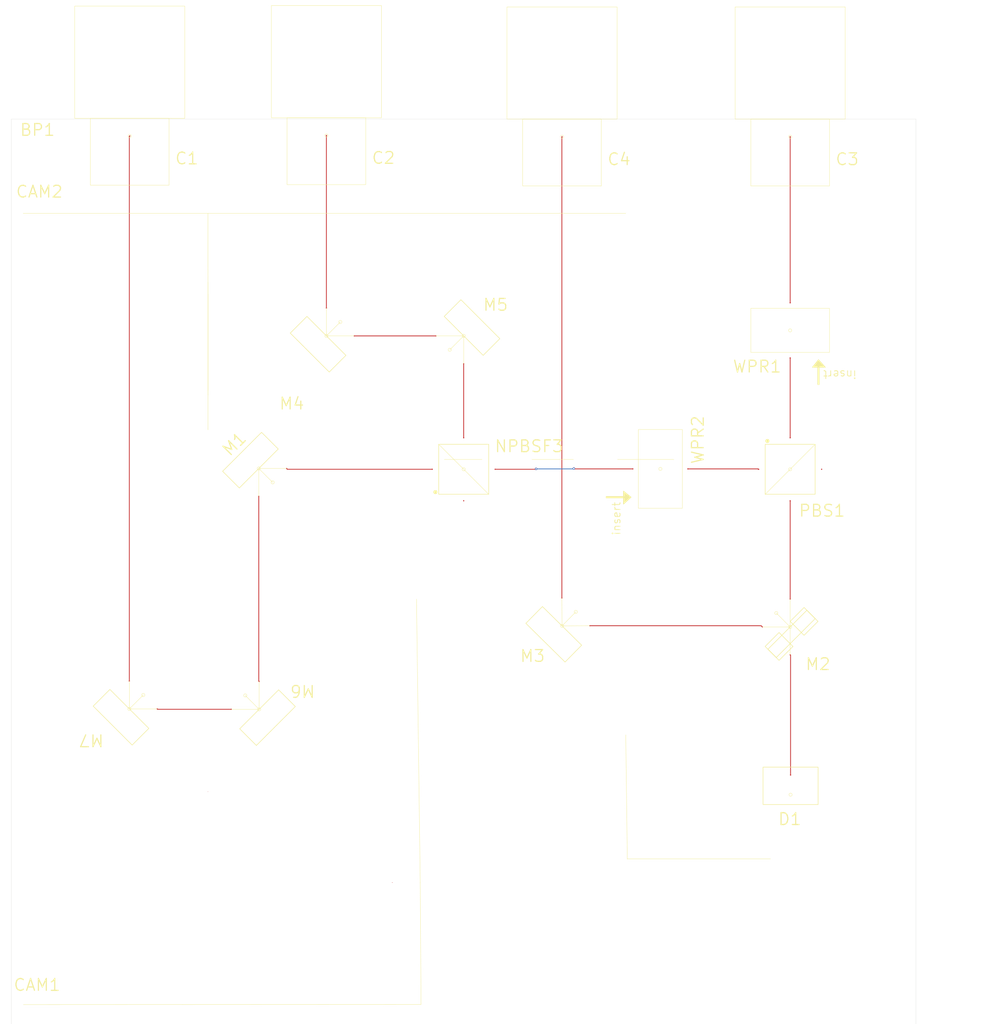
<source format=kicad_pcb>
(kicad_pcb (version 20240108) (generator "pcbnew") (generator_version "8.0")
  (layers (0 "F.Cu" signal) (31 "B.Cu" signal) (34 "B.Paste" user) (35 "F.Paste" user) (36 "B.SilkS" user "B.Silkscreen") (37 "F.SilkS" user "F.Silkscreen") (38 "B.Mask" user) (39 "F.Mask" user) (44 "Edge.Cuts" user))
  (net 0 "")
  (net 1 "Net-(C4-Out)")
  (net 3 "Net-(M1-In)")
  (net 4 "unconnected-(M1-Out-Pad2)")
  (net 5 "unconnected-(M5-Out-Pad2)")
  (net 7 "Net-(PBS1-V)")
  (net 8 "Net-(C1-Out)")
  (net 9 "Net-(C2-Out)")
  (net 10 "Net-(C3-Out)")
  (net 11 "Net-(D1-In)")
  (net 12 "Net-(M2-Out)")
  (net 13 "Net-(M2-In)")
  (net 14 "Net-(M4-In)")
  (net 15 "Net-(PBS1-In)")
  (net 16 "unconnected-(NPBSF3-In2-Pad4)")
  (net 17 "Net-(M6-Out)")
  (footprint "Optics:S&KCollimator_V1" (layer "F.Cu") (at 168.6125 51.8 -90)
    (property "Reference" "C4" (at 5.7 -14.5 0) (layer "F.SilkS") (effects (font (size 3 3) (thickness 0.3))))
    (property "Value" "689nm 11/2 Out, 60SMS-1-4-A4.5S-02")
    (fp_circle (center 0 0) (end 0.4 0) (stroke (width 0.1)) (fill none) (layer "F.SilkS"))
    (fp_poly (pts (xy -33 14) (xy -4.5 13.999999) (xy -4.5 -13.999999) (xy -33 -14)) (stroke (width 0.1)) (fill none) (layer "F.SilkS"))
    (fp_poly (pts (xy -4.5 10) (xy 12.5 10) (xy 12.5 -10) (xy -4.5 -10)) (stroke (width 0.1)) (fill none) (layer "F.SilkS"))
    (pad "1" smd circle (at 0 0 180) (size 0.3 0.3) (layers "F.Cu" "F.Paste" "F.Mask") (net 1 "Net-(C4-Out)"))
  )
  (footprint "Optics:WaveplateRotateable" (layer "F.Cu") (at 226.6125 101)
    (property "Reference" "WPR1" (at -8.4 9.199999 0) (layer "F.SilkS") (effects (font (size 3 3) (thickness 0.3))))
    (property "Value" "L/2@689nm - Rotatable")
    (fp_rect (start -10 -5.6) (end 10 5.6) (stroke (width 0.1)) (fill none) (layer "F.SilkS"))
    (fp_circle (center 0 0) (end 0.4 0) (stroke (width 0.1)) (fill none) (layer "F.SilkS"))
    (fp_poly (pts (xy 7.4 13.8) (xy 7.4 9.4) (xy 9 9.4) (xy 7.2 7.4) (xy 5.6 9.4) (xy 7 9.4) (xy 7 13.8)) (stroke (width 0.1)) (fill solid) (layer "F.SilkS"))
    (fp_text user "insert" (at 17 10 180) (layer "F.SilkS") (effects (font (size 2 2) (thickness 0.2)) (justify left bottom)))
    (pad "1" smd circle (at 0 -7) (size 0.3 0.3) (layers "F.Cu" "F.Paste" "F.Mask") (net 10 "Net-(C3-Out)"))
    (pad "2" smd circle (at 0 7) (size 0.3 0.3) (layers "F.Cu" "F.Paste" "F.Mask") (net 15 "Net-(PBS1-In)"))
  )
  (footprint "Optics:Mirror6mm" (layer "F.Cu") (at 168.6125 176.1 45.376)
    (property "Reference" "M3" (at -10.713133 0.035763 0.376) (layer "F.SilkS") (effects (font (size 3 3) (thickness 0.3))))
    (property "Value" "Mirror 6mm")
    (fp_line (start 0 0) (end 5 -5) (stroke (width 0.1)) (layer "F.SilkS"))
    (fp_line (start 0 0) (end 5 0) (stroke (width 0.1)) (layer "F.SilkS"))
    (fp_line (start 0 0) (end 5 5) (stroke (width 0.1)) (layer "F.SilkS"))
    (fp_circle (center 0 0) (end 0.4 -0.000001) (stroke (width 0.1)) (fill none) (layer "F.SilkS"))
    (fp_circle (center 5 0) (end 5.4 0) (stroke (width 0.1)) (fill none) (layer "F.SilkS"))
    (fp_poly (pts (xy -6 -7.000001) (xy 0 -7) (xy 0 7) (xy -6 7)) (stroke (width 0.15)) (fill none) (layer "F.SilkS"))
    (pad "1" smd circle (at 5 5 135.376) (size 0.3 0.3) (layers "F.Cu" "F.Paste" "F.Mask") (net 12 "Net-(M2-Out)"))
    (pad "2" smd circle (at 5 -5 135.376) (size 0.3 0.3) (layers "F.Cu" "F.Paste" "F.Mask") (net 1 "Net-(C4-Out)"))
  )
  (footprint "Optics:Detector" (layer "F.Cu") (at 226.7125 219)
    (property "Reference" "D1" (at -0.2 6.2 0) (layer "F.SilkS") (effects (font (size 3 3) (thickness 0.3))))
    (property "Value" "Monitor")
    (fp_rect (start 7 2.5) (end -7 -7) (stroke (width 0.15)) (fill none) (layer "F.SilkS"))
    (fp_circle (center 0 0) (end -0.4 0) (stroke (width 0.1)) (fill none) (layer "F.SilkS"))
    (pad "1" smd circle (at 0 -5 180) (size 0.3 0.3) (layers "F.Cu" "F.Paste" "F.Mask") (net 11 "Net-(D1-In)"))
  )
  (footprint "Optics:Mirror6mm" (layer "F.Cu") (at 58.6125 197.2 45)
    (property "Reference" "M7" (at -12.480435 -1.202082 180) (layer "F.SilkS") (effects (font (size 3 3) (thickness 0.3))))
    (property "Value" "Mirror 6mm")
    (fp_line (start 0 0) (end 5 -5) (stroke (width 0.1)) (layer "F.SilkS"))
    (fp_line (start 0 0) (end 5 0) (stroke (width 0.1)) (layer "F.SilkS"))
    (fp_line (start 0 0) (end 5 5) (stroke (width 0.1)) (layer "F.SilkS"))
    (fp_circle (center 0 0) (end 0.4 0) (stroke (width 0.1)) (fill none) (layer "F.SilkS"))
    (fp_circle (center 5 0) (end 5.400001 0) (stroke (width 0.1)) (fill none) (layer "F.SilkS"))
    (fp_poly (pts (xy -6 -7) (xy 0 -6.999999) (xy 0 6.999999) (xy -6 7)) (stroke (width 0.15)) (fill none) (layer "F.SilkS"))
    (pad "1" smd circle (at 5 5 135) (size 0.3 0.3) (layers "F.Cu" "F.Paste" "F.Mask") (net 17 "Net-(M6-Out)"))
    (pad "2" smd circle (at 5 -5 135) (size 0.3 0.3) (layers "F.Cu" "F.Paste" "F.Mask") (net 8 "Net-(C1-Out)"))
  )
  (footprint "Optics:Baseplate230mm" (layer "F.Cu") (at 28.6125 47.3)
    (property "Reference" "BP1" (at 6.65 2.75 0) (layer "F.SilkS") (effects (font (size 3 3) (thickness 0.3))))
    (property "Value" "230mm")
    (fp_rect (start 0 0) (end 230 230) (stroke (width 0.05)) (fill none) (layer "Edge.Cuts"))
    (fp_text user "CAM2" (at 1 20.2 0) (layer "F.SilkS") (effects (font (size 3 3) (thickness 0.3)) (justify left bottom)))
    (fp_text user "CAM1" (at 0.4 221.8 0) (layer "F.SilkS") (effects (font (size 3 3) (thickness 0.3)) (justify left bottom)))
  )
  (footprint "Optics:PBS" (layer "F.Cu") (at 226.6125 136.3 -90)
    (property "Reference" "PBS1" (at 10.525 -8.1 0) (layer "F.SilkS") (effects (font (size 3 3) (thickness 0.3))))
    (property "Value" "PBSCasix689nm")
    (fp_line (start -6.35 -6.35) (end 6.35 6.35) (stroke (width 0.1)) (layer "F.SilkS"))
    (fp_rect (start -6.35 -6.35) (end 6.35 6.35) (stroke (width 0.15)) (fill none) (layer "F.SilkS"))
    (fp_circle (center -7.2 5.8) (end -6.8 6) (stroke (width 0.1)) (fill solid) (layer "F.SilkS"))
    (fp_circle (center 0 0) (end 0.4 0) (stroke (width 0.1)) (fill none) (layer "F.SilkS"))
    (pad "1" smd circle (at -8 0 270) (size 0.3 0.3) (layers "F.Cu" "F.Paste" "F.Mask") (net 15 "Net-(PBS1-In)"))
    (pad "2" smd circle (at 8 0 270) (size 0.3 0.3) (layers "F.Cu" "F.Paste" "F.Mask") (net 13 "Net-(M2-In)"))
    (pad "3" smd circle (at 0 8 270) (size 0.3 0.3) (layers "F.Cu" "F.Paste" "F.Mask") (net 7 "Net-(PBS1-V)"))
    (pad "4" smd circle (at 0 -8 270) (size 0.3 0.3) (layers "F.Cu" "F.Paste" "F.Mask"))
  )
  (footprint "Optics:S&KCollimator_V1" (layer "F.Cu") (at 58.7125 51.6 -90)
    (property "Reference" "C1" (at 5.7 -14.5 0) (layer "F.SilkS") (effects (font (size 3 3) (thickness 0.3))))
    (property "Value" "689nm 9/2 Out, 60SMS-1-4-A4.5S-02")
    (fp_rect (start -33 14) (end -4.5 -14) (stroke (width 0.1)) (fill none) (layer "F.SilkS"))
    (fp_rect (start -4.5 10) (end 12.5 -10) (stroke (width 0.1)) (fill none) (layer "F.SilkS"))
    (fp_circle (center 0 0) (end 0.4 0) (stroke (width 0.1)) (fill none) (layer "F.SilkS"))
    (pad "1" smd circle (at 0 0 180) (size 0.3 0.3) (layers "F.Cu" "F.Paste" "F.Mask") (net 8 "Net-(C1-Out)"))
  )
  (footprint "Optics:Mirror6mm" (layer "F.Cu") (at 143.6125 102.4 -135)
    (property "Reference" "M5" (at -11.313708 -0.141421 0) (layer "F.SilkS") (effects (font (size 3 3) (thickness 0.3))))
    (property "Value" "Mirror 6mm")
    (fp_line (start 0 0) (end 5 5) (stroke (width 0.1)) (layer "F.SilkS"))
    (fp_line (start 0 0) (end 5 0) (stroke (width 0.1)) (layer "F.SilkS"))
    (fp_line (start 0 0) (end 5 -5) (stroke (width 0.1)) (layer "F.SilkS"))
    (fp_circle (center 5 0) (end 5.400001 0) (stroke (width 0.1)) (fill none) (layer "F.SilkS"))
    (fp_circle (center 0 0) (end 0.4 0) (stroke (width 0.1)) (fill none) (layer "F.SilkS"))
    (fp_poly (pts (xy -6 -7) (xy 0 -6.999999) (xy 0 6.999999) (xy -6 7)) (stroke (width 0.15)) (fill none) (layer "F.SilkS"))
    (pad "1" smd circle (at 5 5 315) (size 0.3 0.3) (layers "F.Cu" "F.Paste" "F.Mask") (net 14 "Net-(M4-In)"))
    (pad "2" smd circle (at 5 -5 315) (size 0.3 0.3) (layers "F.Cu" "F.Paste" "F.Mask") (net 5 "unconnected-(M5-Out-Pad2)"))
  )
  (footprint "Optics:PBS_Flipped" (layer "F.Cu") (at 143.6125 136.3 -90)
    (property "Reference" "NPBSF3" (at -5.85 -16.625 0) (layer "F.SilkS") (effects (font (size 3 3) (thickness 0.3))))
    (property "Value" "NPBS-70:30-Flipped")
    (fp_line (start -6.35 6.35) (end 6.35 -6.35) (stroke (width 0.1)) (layer "F.SilkS"))
    (fp_rect (start -6.35 6.35) (end 6.35 -6.35) (stroke (width 0.15)) (fill none) (layer "F.SilkS"))
    (fp_circle (center 5.8 7.2) (end 6 6.8) (stroke (width 0.1)) (fill solid) (layer "F.SilkS"))
    (fp_circle (center 0 0) (end 0 -0.4) (stroke (width 0.1)) (fill none) (layer "F.SilkS"))
    (pad "1" smd circle (at 8 0 90) (size 0.3 0.3) (layers "F.Cu" "F.Paste" "F.Mask"))
    (pad "2" smd circle (at -8 0 90) (size 0.3 0.3) (layers "F.Cu" "F.Paste" "F.Mask") (net 5 "unconnected-(M5-Out-Pad2)"))
    (pad "3" smd circle (at 0 8 270) (size 0.3 0.3) (layers "F.Cu" "F.Paste" "F.Mask") (net 4 "unconnected-(M1-Out-Pad2)"))
    (pad "4" smd circle (at 0 -8 270) (size 0.3 0.3) (layers "F.Cu" "F.Paste" "F.Mask") (net 16 "unconnected-(NPBSF3-In2-Pad4)"))
  )
  (footprint "Optics:S&KCollimator_V1" (layer "F.Cu") (at 226.6125 51.8 -90)
    (property "Reference" "C3" (at 5.7 -14.5 0) (layer "F.SilkS") (effects (font (size 3 3) (thickness 0.3))))
    (property "Value" "689nm Source, 60SMS-1-4-M5-10")
    (fp_rect (start -33 14) (end -4.5 -14) (stroke (width 0.1)) (fill none) (layer "F.SilkS"))
    (fp_rect (start -4.5 10) (end 12.5 -10) (stroke (width 0.1)) (fill none) (layer "F.SilkS"))
    (fp_circle (center 0 0) (end 0.4 0) (stroke (width 0.1)) (fill none) (layer "F.SilkS"))
    (pad "1" smd circle (at 0 0 180) (size 0.3 0.3) (layers "F.Cu" "F.Paste" "F.Mask") (net 10 "Net-(C3-Out)"))
  )
  (footprint "Optics:Mirror6mm" (layer "F.Cu") (at 108.7125 102.4 45)
    (property "Reference" "M4" (at -18.384776 5.939697 0) (layer "F.SilkS") (effects (font (size 3 3) (thickness 0.3))))
    (property "Value" "Mirror 6mm")
    (fp_line (start 0 0) (end 5 -5) (stroke (width 0.1)) (layer "F.SilkS"))
    (fp_line (start 0 0) (end 5 0) (stroke (width 0.1)) (layer "F.SilkS"))
    (fp_line (start 0 0) (end 5 5) (stroke (width 0.1)) (layer "F.SilkS"))
    (fp_circle (center 0 0) (end 0.4 0) (stroke (width 0.1)) (fill none) (layer "F.SilkS"))
    (fp_circle (center 5 0) (end 5.400001 0) (stroke (width 0.1)) (fill none) (layer "F.SilkS"))
    (fp_poly (pts (xy -6 -7) (xy 0 -6.999999) (xy 0 6.999999) (xy -6 7)) (stroke (width 0.15)) (fill none) (layer "F.SilkS"))
    (pad "1" smd circle (at 5 5 135) (size 0.3 0.3) (layers "F.Cu" "F.Paste" "F.Mask") (net 14 "Net-(M4-In)"))
    (pad "2" smd circle (at 5 -5 135) (size 0.3 0.3) (layers "F.Cu" "F.Paste" "F.Mask") (net 9 "Net-(C2-Out)"))
  )
  (footprint "Optics:WaveplateRotateable" (layer "F.Cu") (at 193.6125 136.2 -90)
    (property "Reference" "WPR2" (at -7.4 -9.525 90) (layer "F.SilkS") (effects (font (size 3 3) (thickness 0.3))))
    (property "Value" "L/2@689nm - Rotatable")
    (fp_circle (center 0 0) (end 0.4 0) (stroke (width 0.1)) (fill none) (layer "F.SilkS"))
    (fp_poly (pts (xy -10 -5.6) (xy -10 5.6) (xy 10 5.6) (xy 10 -5.6)) (stroke (width 0.1)) (fill none) (layer "F.SilkS"))
    (fp_poly (pts (xy 7.4 13.8) (xy 7.4 9.4) (xy 9 9.4) (xy 7.2 7.4) (xy 5.6 9.4) (xy 7 9.4) (xy 7 13.8)) (stroke (width 0.1)) (fill solid) (layer "F.SilkS"))
    (fp_text user "insert" (at 17 10 90) (layer "F.SilkS") (effects (font (size 2 2) (thickness 0.2)) (justify left bottom)))
    (pad "1" smd circle (at 0 -6.999999 270) (size 0.3 0.3) (layers "F.Cu" "F.Paste" "F.Mask") (net 7 "Net-(PBS1-V)"))
    (pad "2" smd circle (at 0 6.999999 270) (size 0.3 0.3) (layers "F.Cu" "F.Paste" "F.Mask") (net 16 "unconnected-(NPBSF3-In2-Pad4)"))
  )
  (footprint "Optics:Mirror3mmRight" (layer "F.Cu") (at 226.6125 176.371068 135)
    (property "Reference" "M2" (at -11.68494 -1.679379 0) (layer "F.SilkS") (effects (font (size 3 3) (thickness 0.3))))
    (property "Value" "Mirror 3mm Polished")
    (fp_line (start 0 0) (end 5 -5) (stroke (width 0.1)) (layer "F.SilkS"))
    (fp_line (start 0 0) (end 5 0) (stroke (width 0.1)) (layer "F.SilkS"))
    (fp_line (start 0 0) (end 5 5) (stroke (width 0.1)) (layer "F.SilkS"))
    (fp_line (start 0 0) (end -5 -5) (stroke (width 0.1)) (layer "F.SilkS"))
    (fp_circle (center 5 0) (end 5.400001 0) (stroke (width 0.1)) (fill none) (layer "F.SilkS"))
    (fp_circle (center 0 0) (end 0.4 0) (stroke (width 0.1)) (fill none) (layer "F.SilkS"))
    (fp_poly (pts (xy -3 -8) (xy 0 -8) (xy 0 6) (xy -3 6)) (stroke (width 0.15)) (fill none) (layer "F.SilkS"))
    (fp_poly (pts (xy -4 -8) (xy 1 -8) (xy 1 -3) (xy -4 -3)) (stroke (width 0.15)) (fill none) (layer "F.SilkS"))
    (fp_poly (pts (xy -4 1) (xy 1 1) (xy 1 6) (xy -4 6)) (stroke (width 0.15)) (fill none) (layer "F.SilkS"))
    (pad "1" smd circle (at 5 5 225) (size 0.3 0.3) (layers "F.Cu" "F.Paste" "F.Mask") (net 13 "Net-(M2-In)"))
    (pad "2" smd circle (at 5 -5 225) (size 0.3 0.3) (layers "F.Cu" "F.Paste" "F.Mask") (net 12 "Net-(M2-Out)"))
    (pad "3" smd circle (at -5 -5 225) (size 0.3 0.3) (layers "F.Cu" "F.Paste" "F.Mask") (net 11 "Net-(D1-In)"))
  )
  (footprint "Optics:Mirror6mm" (layer "F.Cu") (at 91.6125 197.3 135)
    (property "Reference" "M6" (at -4.507806 11.119254 180) (layer "F.SilkS") (effects (font (size 3 3) (thickness 0.3))))
    (property "Value" "Mirror 6mm")
    (fp_line (start 0 0) (end 5 -5) (stroke (width 0.1)) (layer "F.SilkS"))
    (fp_line (start 0 0) (end 5 0) (stroke (width 0.1)) (layer "F.SilkS"))
    (fp_line (start 0 0) (end 5 5) (stroke (width 0.1)) (layer "F.SilkS"))
    (fp_circle (center 5 0) (end 5.400001 0) (stroke (width 0.1)) (fill none) (layer "F.SilkS"))
    (fp_circle (center 0 0) (end 0.4 0) (stroke (width 0.1)) (fill none) (layer "F.SilkS"))
    (fp_poly (pts (xy -6 -7) (xy 0 -6.999999) (xy 0 6.999999) (xy -6 7)) (stroke (width 0.15)) (fill none) (layer "F.SilkS"))
    (pad "1" smd circle (at 5 5 225) (size 0.3 0.3) (layers "F.Cu" "F.Paste" "F.Mask") (net 3 "Net-(M1-In)"))
    (pad "2" smd circle (at 5 -5 225) (size 0.3 0.3) (layers "F.Cu" "F.Paste" "F.Mask") (net 17 "Net-(M6-Out)"))
  )
  (footprint "Optics:Mirror6mm" (layer "F.Cu") (at 91.5125 136.1 -45)
    (property "Reference" "M1" (at -8.8 0 45) (layer "F.SilkS") (effects (font (size 3 3) (thickness 0.3))))
    (property "Value" "Mirror 6mm")
    (fp_line (start 0 0) (end 5 5) (stroke (width 0.1)) (layer "F.SilkS"))
    (fp_line (start 0 0) (end 5 0) (stroke (width 0.1)) (layer "F.SilkS"))
    (fp_line (start 0 0) (end 5 -5) (stroke (width 0.1)) (layer "F.SilkS"))
    (fp_circle (center 0 0) (end 0.4 0) (stroke (width 0.1)) (fill none) (layer "F.SilkS"))
    (fp_circle (center 5 0) (end 5.400001 0) (stroke (width 0.1)) (fill none) (layer "F.SilkS"))
    (fp_poly (pts (xy -6 -7) (xy 0 -6.999999) (xy 0 6.999999) (xy -6 7)) (stroke (width 0.15)) (fill none) (layer "F.SilkS"))
    (pad "1" smd circle (at 5 5 45) (size 0.3 0.3) (layers "F.Cu" "F.Paste" "F.Mask") (net 3 "Net-(M1-In)"))
    (pad "2" smd circle (at 5 -5 45) (size 0.3 0.3) (layers "F.Cu" "F.Paste" "F.Mask") (net 4 "unconnected-(M1-Out-Pad2)"))
  )
  (footprint "Optics:S&KCollimator_V1" (layer "F.Cu") (at 108.7125 51.4625 -90)
    (property "Reference" "C2" (at 5.7 -14.5 0) (layer "F.SilkS") (effects (font (size 3 3) (thickness 0.3))))
    (property "Value" "689nm 11/2 Out, 60SMS-1-4-A4.5S-02")
    (fp_rect (start -33 14) (end -4.5 -14) (stroke (width 0.1)) (fill none) (layer "F.SilkS"))
    (fp_rect (start -4.5 10) (end 12.5 -10) (stroke (width 0.1)) (fill none) (layer "F.SilkS"))
    (fp_circle (center 0 0) (end 0.4 0) (stroke (width 0.1)) (fill none) (layer "F.SilkS"))
    (pad "1" smd circle (at 0 0 180) (size 0.3 0.3) (layers "F.Cu" "F.Paste" "F.Mask") (net 9 "Net-(C2-Out)"))
  )
  (gr_line (start 184.8125 71.275) (end 31.6125 71.275) (stroke (width 0.1)) (layer "F.SilkS"))
  (gr_line (start 138.683568 133.8) (end 148.2625 133.8) (stroke (width 0.1)) (layer "F.SilkS"))
  (gr_line (start 78.6125 88.8) (end 78.6125 116.325) (stroke (width 0.1)) (layer "F.SilkS"))
  (gr_line (start 160.9625 133.8) (end 171.5125 133.8) (stroke (width 0.1)) (layer "F.SilkS"))
  (gr_line (start 221.6125 235.3) (end 185.2125 235.3) (stroke (width 0.1)) (layer "F.SilkS"))
  (gr_line (start 78.6125 117.45) (end 78.6125 91.8) (stroke (width 0.1)) (layer "F.SilkS"))
  (gr_line (start 131.6125 169.3) (end 132.5625 241.3) (stroke (width 0.1)) (layer "F.SilkS"))
  (gr_line (start 182.7125 133.8) (end 197.041432 133.8) (stroke (width 0.1)) (layer "F.SilkS"))
  (gr_line (start 78.6125 88.8) (end 78.5875 71.25) (stroke (width 0.1)) (layer "F.SilkS"))
  (gr_line (start 78.6125 88.8) (end 78.6125 126.3) (stroke (width 0.1)) (layer "F.SilkS"))
  (gr_line (start 185.2125 235.375) (end 184.8125 203.8) (stroke (width 0.1)) (layer "F.SilkS"))
  (gr_line (start 132.5625 241.3) (end 132.765951 272.301913) (stroke (width 0.1)) (layer "F.SilkS"))
  (gr_line (start 132.765951 272.301913) (end 31.6875 272.35) (stroke (width 0.1)) (layer "F.SilkS"))
  (segment (start 78.5875 95.846068) (end 78.6125 95.871068) (width 0.1) (layer "F.Cu") (net 0))
  (segment (start 125.445304 241.3) (end 125.491583 241.346279) (width 0.1) (layer "F.Cu") (net 0))
  (segment (start 78.6125 218.219899) (end 78.607092 218.225307) (width 0.1) (layer "F.Cu") (net 0))
  (segment (start 168.566097 51.846403) (end 168.6125 51.8) (width 0.2) (layer "F.Cu") (net 1))
  (segment (start 168.566097 169.029084) (end 168.566097 51.846403) (width 0.2) (layer "F.Cu") (net 1))
  (segment (start 91.5125 190.128932) (end 91.6125 190.228932) (width 0.2) (layer "F.Cu") (net 3))
  (segment (start 91.5125 143.171068) (end 91.5125 190.128932) (width 0.2) (layer "F.Cu") (net 3))
  (segment (start 135.6125 136.3) (end 98.783568 136.3) (width 0.2) (layer "F.Cu") (net 4))
  (segment (start 98.783568 136.3) (end 98.583568 136.1) (width 0.2) (layer "F.Cu") (net 4))
  (segment (start 143.6125 128.3) (end 143.6125 109.471068) (width 0.2) (layer "F.Cu") (net 5))
  (segment (start 218.4125 136.2) (end 200.612499 136.2) (width 0.2) (layer "F.Cu") (net 7))
  (segment (start 218.5125 136.3) (end 218.4125 136.2) (width 0.2) (layer "F.Cu") (net 7))
  (segment (start 218.6125 136.3) (end 218.5125 136.3) (width 0.2) (layer "F.Cu") (net 7))
  (segment (start 58.6125 51.7) (end 58.7125 51.6) (width 0.2) (layer "F.Cu") (net 8))
  (segment (start 58.6125 190.128932) (end 58.6125 51.7) (width 0.2) (layer "F.Cu") (net 8))
  (segment (start 108.7125 95.328932) (end 108.7125 51.4625) (width 0.2) (layer "F.Cu") (net 9))
  (segment (start 226.6125 51.8) (end 226.6125 94) (width 0.2) (layer "F.Cu") (net 10))
  (segment (start 226.7125 183.542136) (end 226.6125 183.442136) (width 0.2) (layer "F.Cu") (net 11))
  (segment (start 226.7125 214) (end 226.7125 183.542136) (width 0.2) (layer "F.Cu") (net 11))
  (segment (start 219.223961 176.053597) (end 175.683416 176.053597) (width 0.2) (layer "F.Cu") (net 12))
  (segment (start 219.541432 176.371068) (end 219.223961 176.053597) (width 0.2) (layer "F.Cu") (net 12))
  (segment (start 226.6125 144.3) (end 226.6125 169.3) (width 0.2) (layer "F.Cu") (net 13))
  (segment (start 136.541432 102.4) (end 115.783568 102.4) (width 0.2) (layer "F.Cu") (net 14))
  (segment (start 226.6125 108) (end 226.6125 128.3) (width 0.2) (layer "F.Cu") (net 15))
  (segment (start 162.0125 136.2) (end 161.9125 136.3) (width 0.2) (layer "F.Cu") (net 16))
  (segment (start 171.7125 136.2) (end 171.6125 136.1) (width 0.2) (layer "F.Cu") (net 16))
  (segment (start 186.612501 136.2) (end 171.8125 136.2) (width 0.2) (layer "F.Cu") (net 16))
  (segment (start 161.9125 136.3) (end 151.6125 136.3) (width 0.2) (layer "F.Cu") (net 16))
  (via (at 162.0125 136.2) (size 0.6) (drill 0.3) (layers "F.Cu" "B.Cu") (net 16))
  (via (at 171.6125 136.1) (size 0.6) (drill 0.3) (layers "F.Cu" "B.Cu") (net 16))
  (segment (start 171.5125 136.2) (end 171.6125 136.1) (width 0.2) (layer "B.Cu") (net 16))
  (segment (start 162.0125 136.2) (end 171.5125 136.2) (width 0.2) (layer "B.Cu") (net 16))
  (segment (start 65.783568 197.3) (end 65.683568 197.2) (width 0.2) (layer "F.Cu") (net 17))
  (segment (start 84.541432 197.3) (end 65.783568 197.3) (width 0.2) (layer "F.Cu") (net 17))
)
</source>
